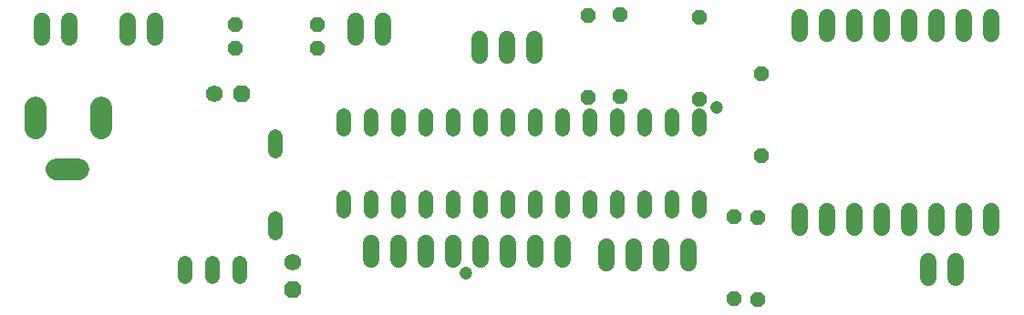
<source format=gbr>
G04 EAGLE Gerber RS-274X export*
G75*
%MOMM*%
%FSLAX34Y34*%
%LPD*%
%INTop Copper*%
%IPPOS*%
%AMOC8*
5,1,8,0,0,1.08239X$1,22.5*%
G01*
%ADD10C,2.000000*%
%ADD11C,1.524000*%
%ADD12P,1.429621X8X292.500000*%
%ADD13P,1.429621X8X22.500000*%
%ADD14C,1.320800*%
%ADD15P,1.704548X8X292.500000*%
%ADD16C,1.574800*%
%ADD17P,1.704548X8X22.500000*%
%ADD18P,1.429621X8X202.500000*%
%ADD19P,1.429621X8X112.500000*%
%ADD20C,1.206400*%


D10*
X3182200Y297400D02*
X3182200Y317400D01*
X3121200Y317400D02*
X3121200Y297400D01*
X3141200Y259400D02*
X3161200Y259400D01*
D11*
X4009100Y220620D02*
X4009100Y205380D01*
X3983700Y205380D02*
X3983700Y220620D01*
X3958300Y220620D02*
X3958300Y205380D01*
X3932900Y205380D02*
X3932900Y220620D01*
X3907500Y220620D02*
X3907500Y205380D01*
X3882100Y205380D02*
X3882100Y220620D01*
X3856700Y220620D02*
X3856700Y205380D01*
X3831300Y205380D02*
X3831300Y220620D01*
X4009100Y385380D02*
X4009100Y400620D01*
X3983700Y400620D02*
X3983700Y385380D01*
X3958300Y385380D02*
X3958300Y400620D01*
X3932900Y400620D02*
X3932900Y385380D01*
X3907500Y385380D02*
X3907500Y400620D01*
X3882100Y400620D02*
X3882100Y385380D01*
X3856700Y385380D02*
X3856700Y400620D01*
X3831300Y400620D02*
X3831300Y385380D01*
D12*
X3795510Y348109D03*
X3795510Y271909D03*
D13*
X3307400Y393900D03*
X3383600Y393900D03*
D14*
X3737900Y309704D02*
X3737900Y296496D01*
X3712500Y296496D02*
X3712500Y309704D01*
X3687100Y309704D02*
X3687100Y296496D01*
X3661700Y296496D02*
X3661700Y309704D01*
X3636300Y309704D02*
X3636300Y296496D01*
X3610900Y296496D02*
X3610900Y309704D01*
X3585500Y309704D02*
X3585500Y296496D01*
X3560100Y296496D02*
X3560100Y309704D01*
X3534700Y309704D02*
X3534700Y296496D01*
X3509300Y296496D02*
X3509300Y309704D01*
X3483900Y309704D02*
X3483900Y296496D01*
X3458500Y296496D02*
X3458500Y309704D01*
X3433100Y309704D02*
X3433100Y296496D01*
X3407700Y296496D02*
X3407700Y309704D01*
X3407700Y233504D02*
X3407700Y220296D01*
X3433100Y220296D02*
X3433100Y233504D01*
X3458500Y233504D02*
X3458500Y220296D01*
X3483900Y220296D02*
X3483900Y233504D01*
X3509300Y233504D02*
X3509300Y220296D01*
X3534700Y220296D02*
X3534700Y233504D01*
X3560100Y233504D02*
X3560100Y220296D01*
X3585500Y220296D02*
X3585500Y233504D01*
X3610900Y233504D02*
X3610900Y220296D01*
X3636300Y220296D02*
X3636300Y233504D01*
X3661700Y233504D02*
X3661700Y220296D01*
X3687100Y220296D02*
X3687100Y233504D01*
X3712500Y233504D02*
X3712500Y220296D01*
X3737900Y220296D02*
X3737900Y233504D01*
D15*
X3360000Y147300D03*
D16*
X3360000Y172700D03*
D17*
X3312700Y330000D03*
D16*
X3287300Y330000D03*
D14*
X3344300Y213604D02*
X3344300Y200396D01*
X3344300Y276596D02*
X3344300Y289804D01*
D12*
X3738100Y401200D03*
X3738100Y325000D03*
D18*
X3383400Y372300D03*
X3307200Y372300D03*
D11*
X3584700Y365380D02*
X3584700Y380620D01*
X3559300Y380620D02*
X3559300Y365380D01*
X3533900Y365380D02*
X3533900Y380620D01*
D19*
X3635000Y326600D03*
X3635000Y402800D03*
X3664300Y327100D03*
X3664300Y403300D03*
D11*
X3418900Y397720D02*
X3418900Y382480D01*
X3444300Y382480D02*
X3444300Y397720D01*
X3127300Y397620D02*
X3127300Y382380D01*
X3152700Y382380D02*
X3152700Y397620D01*
X3207300Y397620D02*
X3207300Y382380D01*
X3232700Y382380D02*
X3232700Y397620D01*
X3611200Y190520D02*
X3611200Y175280D01*
X3585800Y175280D02*
X3585800Y190520D01*
X3560400Y190520D02*
X3560400Y175280D01*
X3535000Y175280D02*
X3535000Y190520D01*
X3509600Y190520D02*
X3509600Y175280D01*
X3484200Y175280D02*
X3484200Y190520D01*
X3458800Y190520D02*
X3458800Y175280D01*
X3433400Y175280D02*
X3433400Y190520D01*
D14*
X3311100Y172614D02*
X3311100Y159406D01*
X3260300Y159406D02*
X3260300Y172614D01*
X3285700Y172614D02*
X3285700Y159406D01*
D11*
X3950100Y159080D02*
X3950100Y174320D01*
X3975500Y174320D02*
X3975500Y159080D01*
D19*
X3792300Y138100D03*
X3792300Y214300D03*
X3770000Y138900D03*
X3770000Y215100D03*
D11*
X3702700Y187620D02*
X3702700Y172380D01*
X3677300Y172380D02*
X3677300Y187620D01*
X3651900Y187620D02*
X3651900Y172380D01*
X3728100Y172380D02*
X3728100Y187620D01*
D20*
X3521400Y162500D03*
X3753800Y317400D03*
M02*

</source>
